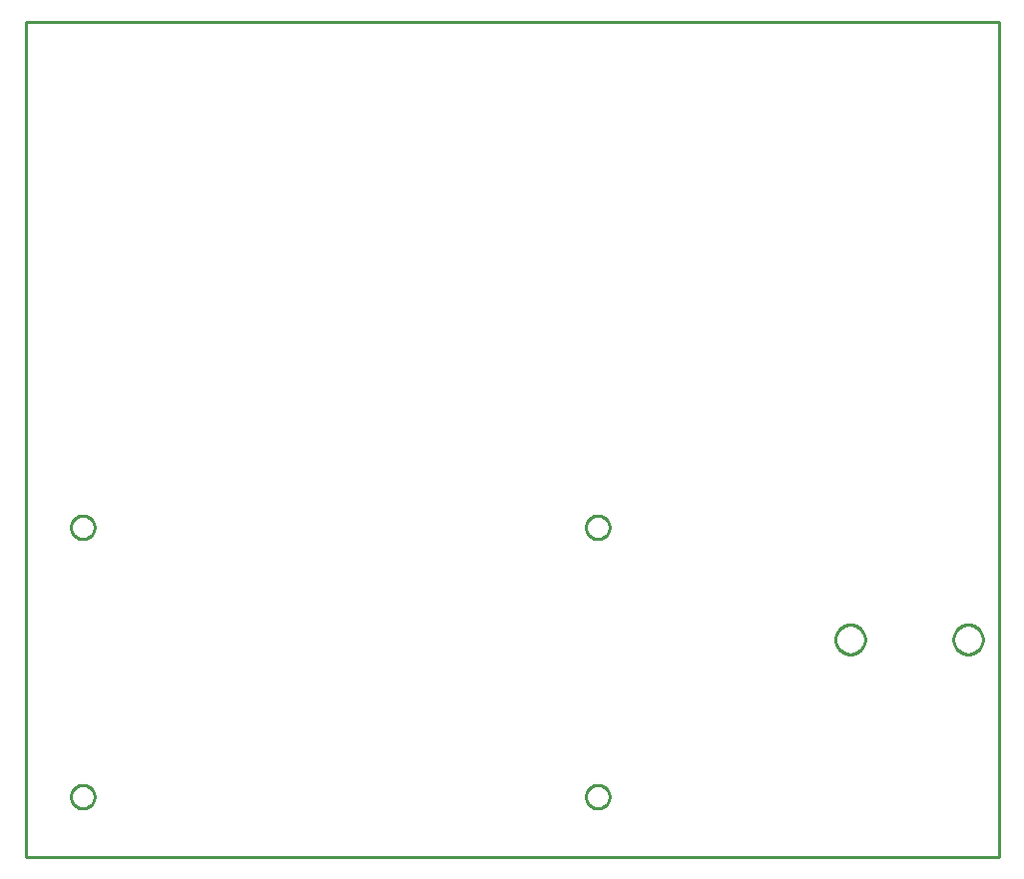
<source format=gbr>
G04 EAGLE Gerber RS-274X export*
G75*
%MOMM*%
%FSLAX34Y34*%
%LPD*%
%IN*%
%IPPOS*%
%AMOC8*
5,1,8,0,0,1.08239X$1,22.5*%
G01*
%ADD10C,0.254000*%


D10*
X0Y0D02*
X825300Y0D01*
X825300Y707900D01*
X0Y707900D01*
X0Y0D01*
X58260Y50363D02*
X58184Y49494D01*
X58032Y48634D01*
X57806Y47790D01*
X57508Y46970D01*
X57139Y46178D01*
X56702Y45422D01*
X56201Y44707D01*
X55640Y44038D01*
X55022Y43420D01*
X54353Y42859D01*
X53638Y42358D01*
X52882Y41921D01*
X52090Y41552D01*
X51270Y41254D01*
X50426Y41028D01*
X49567Y40876D01*
X48697Y40800D01*
X47823Y40800D01*
X46954Y40876D01*
X46094Y41028D01*
X45250Y41254D01*
X44430Y41552D01*
X43638Y41921D01*
X42882Y42358D01*
X42167Y42859D01*
X41498Y43420D01*
X40880Y44038D01*
X40319Y44707D01*
X39818Y45422D01*
X39381Y46178D01*
X39012Y46970D01*
X38714Y47790D01*
X38488Y48634D01*
X38336Y49494D01*
X38260Y50363D01*
X38260Y51237D01*
X38336Y52107D01*
X38488Y52966D01*
X38714Y53810D01*
X39012Y54630D01*
X39381Y55422D01*
X39818Y56178D01*
X40319Y56893D01*
X40880Y57562D01*
X41498Y58180D01*
X42167Y58741D01*
X42882Y59242D01*
X43638Y59679D01*
X44430Y60048D01*
X45250Y60346D01*
X46094Y60572D01*
X46954Y60724D01*
X47823Y60800D01*
X48697Y60800D01*
X49567Y60724D01*
X50426Y60572D01*
X51270Y60346D01*
X52090Y60048D01*
X52882Y59679D01*
X53638Y59242D01*
X54353Y58741D01*
X55022Y58180D01*
X55640Y57562D01*
X56201Y56893D01*
X56702Y56178D01*
X57139Y55422D01*
X57508Y54630D01*
X57806Y53810D01*
X58032Y52966D01*
X58184Y52107D01*
X58260Y51237D01*
X58260Y50363D01*
X495140Y50363D02*
X495064Y49494D01*
X494912Y48634D01*
X494686Y47790D01*
X494388Y46970D01*
X494019Y46178D01*
X493582Y45422D01*
X493081Y44707D01*
X492520Y44038D01*
X491902Y43420D01*
X491233Y42859D01*
X490518Y42358D01*
X489762Y41921D01*
X488970Y41552D01*
X488150Y41254D01*
X487306Y41028D01*
X486447Y40876D01*
X485577Y40800D01*
X484703Y40800D01*
X483834Y40876D01*
X482974Y41028D01*
X482130Y41254D01*
X481310Y41552D01*
X480518Y41921D01*
X479762Y42358D01*
X479047Y42859D01*
X478378Y43420D01*
X477760Y44038D01*
X477199Y44707D01*
X476698Y45422D01*
X476261Y46178D01*
X475892Y46970D01*
X475594Y47790D01*
X475368Y48634D01*
X475216Y49494D01*
X475140Y50363D01*
X475140Y51237D01*
X475216Y52107D01*
X475368Y52966D01*
X475594Y53810D01*
X475892Y54630D01*
X476261Y55422D01*
X476698Y56178D01*
X477199Y56893D01*
X477760Y57562D01*
X478378Y58180D01*
X479047Y58741D01*
X479762Y59242D01*
X480518Y59679D01*
X481310Y60048D01*
X482130Y60346D01*
X482974Y60572D01*
X483834Y60724D01*
X484703Y60800D01*
X485577Y60800D01*
X486447Y60724D01*
X487306Y60572D01*
X488150Y60346D01*
X488970Y60048D01*
X489762Y59679D01*
X490518Y59242D01*
X491233Y58741D01*
X491902Y58180D01*
X492520Y57562D01*
X493081Y56893D01*
X493582Y56178D01*
X494019Y55422D01*
X494388Y54630D01*
X494686Y53810D01*
X494912Y52966D01*
X495064Y52107D01*
X495140Y51237D01*
X495140Y50363D01*
X58260Y278963D02*
X58184Y278094D01*
X58032Y277234D01*
X57806Y276390D01*
X57508Y275570D01*
X57139Y274778D01*
X56702Y274022D01*
X56201Y273307D01*
X55640Y272638D01*
X55022Y272020D01*
X54353Y271459D01*
X53638Y270958D01*
X52882Y270521D01*
X52090Y270152D01*
X51270Y269854D01*
X50426Y269628D01*
X49567Y269476D01*
X48697Y269400D01*
X47823Y269400D01*
X46954Y269476D01*
X46094Y269628D01*
X45250Y269854D01*
X44430Y270152D01*
X43638Y270521D01*
X42882Y270958D01*
X42167Y271459D01*
X41498Y272020D01*
X40880Y272638D01*
X40319Y273307D01*
X39818Y274022D01*
X39381Y274778D01*
X39012Y275570D01*
X38714Y276390D01*
X38488Y277234D01*
X38336Y278094D01*
X38260Y278963D01*
X38260Y279837D01*
X38336Y280707D01*
X38488Y281566D01*
X38714Y282410D01*
X39012Y283230D01*
X39381Y284022D01*
X39818Y284778D01*
X40319Y285493D01*
X40880Y286162D01*
X41498Y286780D01*
X42167Y287341D01*
X42882Y287842D01*
X43638Y288279D01*
X44430Y288648D01*
X45250Y288946D01*
X46094Y289172D01*
X46954Y289324D01*
X47823Y289400D01*
X48697Y289400D01*
X49567Y289324D01*
X50426Y289172D01*
X51270Y288946D01*
X52090Y288648D01*
X52882Y288279D01*
X53638Y287842D01*
X54353Y287341D01*
X55022Y286780D01*
X55640Y286162D01*
X56201Y285493D01*
X56702Y284778D01*
X57139Y284022D01*
X57508Y283230D01*
X57806Y282410D01*
X58032Y281566D01*
X58184Y280707D01*
X58260Y279837D01*
X58260Y278963D01*
X495140Y278963D02*
X495064Y278094D01*
X494912Y277234D01*
X494686Y276390D01*
X494388Y275570D01*
X494019Y274778D01*
X493582Y274022D01*
X493081Y273307D01*
X492520Y272638D01*
X491902Y272020D01*
X491233Y271459D01*
X490518Y270958D01*
X489762Y270521D01*
X488970Y270152D01*
X488150Y269854D01*
X487306Y269628D01*
X486447Y269476D01*
X485577Y269400D01*
X484703Y269400D01*
X483834Y269476D01*
X482974Y269628D01*
X482130Y269854D01*
X481310Y270152D01*
X480518Y270521D01*
X479762Y270958D01*
X479047Y271459D01*
X478378Y272020D01*
X477760Y272638D01*
X477199Y273307D01*
X476698Y274022D01*
X476261Y274778D01*
X475892Y275570D01*
X475594Y276390D01*
X475368Y277234D01*
X475216Y278094D01*
X475140Y278963D01*
X475140Y279837D01*
X475216Y280707D01*
X475368Y281566D01*
X475594Y282410D01*
X475892Y283230D01*
X476261Y284022D01*
X476698Y284778D01*
X477199Y285493D01*
X477760Y286162D01*
X478378Y286780D01*
X479047Y287341D01*
X479762Y287842D01*
X480518Y288279D01*
X481310Y288648D01*
X482130Y288946D01*
X482974Y289172D01*
X483834Y289324D01*
X484703Y289400D01*
X485577Y289400D01*
X486447Y289324D01*
X487306Y289172D01*
X488150Y288946D01*
X488970Y288648D01*
X489762Y288279D01*
X490518Y287842D01*
X491233Y287341D01*
X491902Y286780D01*
X492520Y286162D01*
X493081Y285493D01*
X493582Y284778D01*
X494019Y284022D01*
X494388Y283230D01*
X494686Y282410D01*
X494912Y281566D01*
X495064Y280707D01*
X495140Y279837D01*
X495140Y278963D01*
X711800Y183809D02*
X711723Y182830D01*
X711569Y181860D01*
X711340Y180904D01*
X711036Y179970D01*
X710661Y179063D01*
X710215Y178188D01*
X709701Y177350D01*
X709124Y176555D01*
X708486Y175808D01*
X707792Y175114D01*
X707045Y174476D01*
X706250Y173899D01*
X705412Y173385D01*
X704537Y172939D01*
X703630Y172564D01*
X702696Y172260D01*
X701741Y172031D01*
X700770Y171877D01*
X699791Y171800D01*
X698809Y171800D01*
X697830Y171877D01*
X696860Y172031D01*
X695904Y172260D01*
X694970Y172564D01*
X694063Y172939D01*
X693188Y173385D01*
X692350Y173899D01*
X691555Y174476D01*
X690808Y175114D01*
X690114Y175808D01*
X689476Y176555D01*
X688899Y177350D01*
X688385Y178188D01*
X687939Y179063D01*
X687564Y179970D01*
X687260Y180904D01*
X687031Y181860D01*
X686877Y182830D01*
X686800Y183809D01*
X686800Y184791D01*
X686877Y185770D01*
X687031Y186741D01*
X687260Y187696D01*
X687564Y188630D01*
X687939Y189537D01*
X688385Y190412D01*
X688899Y191250D01*
X689476Y192045D01*
X690114Y192792D01*
X690808Y193486D01*
X691555Y194124D01*
X692350Y194701D01*
X693188Y195215D01*
X694063Y195661D01*
X694970Y196036D01*
X695904Y196340D01*
X696860Y196569D01*
X697830Y196723D01*
X698809Y196800D01*
X699791Y196800D01*
X700770Y196723D01*
X701741Y196569D01*
X702696Y196340D01*
X703630Y196036D01*
X704537Y195661D01*
X705412Y195215D01*
X706250Y194701D01*
X707045Y194124D01*
X707792Y193486D01*
X708486Y192792D01*
X709124Y192045D01*
X709701Y191250D01*
X710215Y190412D01*
X710661Y189537D01*
X711036Y188630D01*
X711340Y187696D01*
X711569Y186741D01*
X711723Y185770D01*
X711800Y184791D01*
X711800Y183809D01*
X811800Y183809D02*
X811723Y182830D01*
X811569Y181860D01*
X811340Y180904D01*
X811036Y179970D01*
X810661Y179063D01*
X810215Y178188D01*
X809701Y177350D01*
X809124Y176555D01*
X808486Y175808D01*
X807792Y175114D01*
X807045Y174476D01*
X806250Y173899D01*
X805412Y173385D01*
X804537Y172939D01*
X803630Y172564D01*
X802696Y172260D01*
X801741Y172031D01*
X800770Y171877D01*
X799791Y171800D01*
X798809Y171800D01*
X797830Y171877D01*
X796860Y172031D01*
X795904Y172260D01*
X794970Y172564D01*
X794063Y172939D01*
X793188Y173385D01*
X792350Y173899D01*
X791555Y174476D01*
X790808Y175114D01*
X790114Y175808D01*
X789476Y176555D01*
X788899Y177350D01*
X788385Y178188D01*
X787939Y179063D01*
X787564Y179970D01*
X787260Y180904D01*
X787031Y181860D01*
X786877Y182830D01*
X786800Y183809D01*
X786800Y184791D01*
X786877Y185770D01*
X787031Y186741D01*
X787260Y187696D01*
X787564Y188630D01*
X787939Y189537D01*
X788385Y190412D01*
X788899Y191250D01*
X789476Y192045D01*
X790114Y192792D01*
X790808Y193486D01*
X791555Y194124D01*
X792350Y194701D01*
X793188Y195215D01*
X794063Y195661D01*
X794970Y196036D01*
X795904Y196340D01*
X796860Y196569D01*
X797830Y196723D01*
X798809Y196800D01*
X799791Y196800D01*
X800770Y196723D01*
X801741Y196569D01*
X802696Y196340D01*
X803630Y196036D01*
X804537Y195661D01*
X805412Y195215D01*
X806250Y194701D01*
X807045Y194124D01*
X807792Y193486D01*
X808486Y192792D01*
X809124Y192045D01*
X809701Y191250D01*
X810215Y190412D01*
X810661Y189537D01*
X811036Y188630D01*
X811340Y187696D01*
X811569Y186741D01*
X811723Y185770D01*
X811800Y184791D01*
X811800Y183809D01*
M02*

</source>
